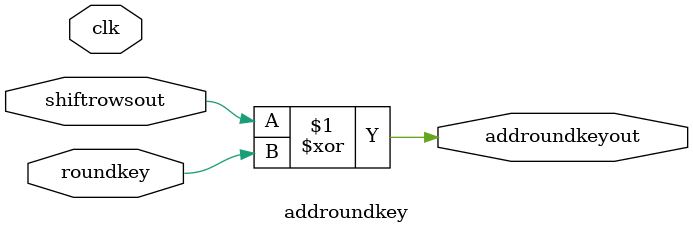
<source format=v>

module addroundkey
(
input 	    clk,            
input	    shiftrowsout,   // Output from shift rows
input	    roundkey,
output reg  addroundkeyout  // Conditioned output signal
);

assign addroundkeyout = shiftrowsout ^ roundkey;

endmodule

</source>
